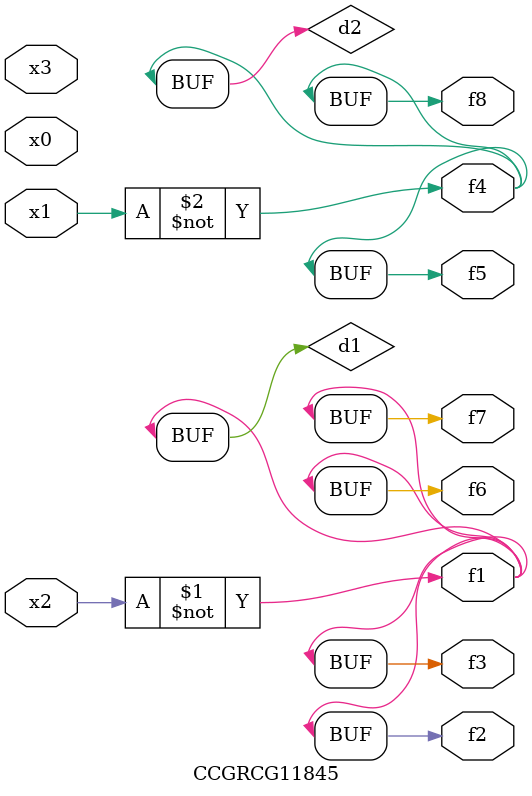
<source format=v>
module CCGRCG11845(
	input x0, x1, x2, x3,
	output f1, f2, f3, f4, f5, f6, f7, f8
);

	wire d1, d2;

	xnor (d1, x2);
	not (d2, x1);
	assign f1 = d1;
	assign f2 = d1;
	assign f3 = d1;
	assign f4 = d2;
	assign f5 = d2;
	assign f6 = d1;
	assign f7 = d1;
	assign f8 = d2;
endmodule

</source>
